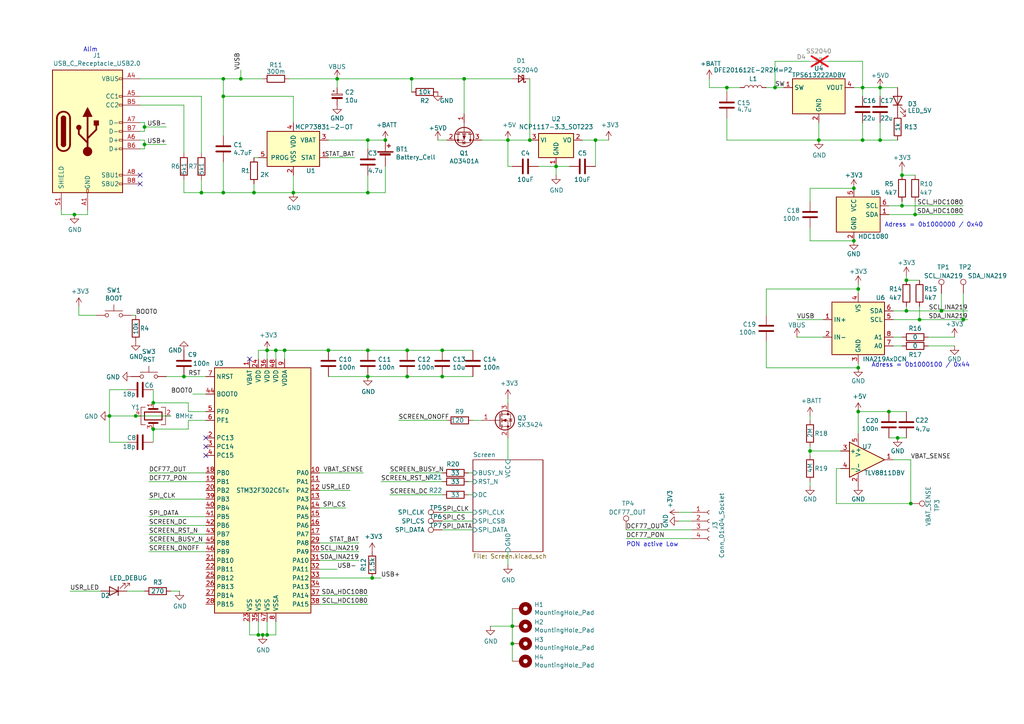
<source format=kicad_sch>
(kicad_sch (version 20230121) (generator eeschema)
  (paper "A4")
  (junction (at 82.55 101.6))
  (junction (at 69.85 22.86))
  (junction (at 172.72 40.64))
  (junction (at 80.01 101.6))
  (junction (at 64.77 22.86))
  (junction (at 273.05 90.17))
  (junction (at 261.62 50.8))
  (junction (at 77.47 101.6))
  (junction (at 247.65 69.85))
  (junction (at 118.11 109.22))
  (junction (at 250.19 40.64))
  (junction (at 260.35 127))
  (junction (at 107.95 167.64))
  (junction (at 224.79 25.4))
  (junction (at 261.62 59.69))
  (junction (at 237.49 40.64))
  (junction (at 106.68 40.64))
  (junction (at 153.67 40.64))
  (junction (at 97.79 22.86))
  (junction (at 31.75 120.65))
  (junction (at 255.27 40.64))
  (junction (at 64.77 27.94))
  (junction (at 248.92 119.38))
  (junction (at 134.62 22.86))
  (junction (at 247.65 54.61))
  (junction (at 255.27 25.4))
  (junction (at 85.09 55.88))
  (junction (at 95.25 101.6))
  (junction (at 41.91 41.91))
  (junction (at 106.68 109.22))
  (junction (at 248.92 83.82))
  (junction (at 279.4 92.71))
  (junction (at 266.7 92.71))
  (junction (at 262.89 90.17))
  (junction (at 73.66 55.88))
  (junction (at 44.45 116.84))
  (junction (at 77.47 184.15))
  (junction (at 41.91 36.83))
  (junction (at 210.82 25.4))
  (junction (at 111.76 40.64))
  (junction (at 64.77 55.88))
  (junction (at 147.32 40.64))
  (junction (at 161.29 48.26))
  (junction (at 21.59 62.23))
  (junction (at 265.43 62.23))
  (junction (at 234.95 130.81))
  (junction (at 44.45 124.46))
  (junction (at 53.34 109.22))
  (junction (at 262.89 81.28))
  (junction (at 148.59 186.69))
  (junction (at 248.92 106.68))
  (junction (at 250.19 25.4))
  (junction (at 106.68 101.6))
  (junction (at 148.59 181.61))
  (junction (at 39.37 120.65))
  (junction (at 74.93 184.15))
  (junction (at 257.81 119.38))
  (junction (at 58.42 55.88))
  (junction (at 76.2 184.15))
  (junction (at 119.38 22.86))
  (junction (at 118.11 101.6))
  (junction (at 264.16 146.05))
  (junction (at 128.27 101.6))
  (junction (at 128.27 109.22))
  (junction (at 106.68 55.88))
  (no_connect (at 40.64 53.34))
  (no_connect (at 59.69 132.08))
  (no_connect (at 59.69 127))
  (no_connect (at 59.69 129.54))
  (no_connect (at 72.39 104.14))
  (no_connect (at 40.64 50.8))
  (wire (pts (xy 106.68 175.26) (xy 92.71 175.26)))
  (wire (pts (xy 247.65 25.4) (xy 250.19 25.4)))
  (wire (pts (xy 77.47 104.14) (xy 77.47 101.6)))
  (wire (pts (xy 222.25 99.06) (xy 222.25 106.68)))
  (wire (pts (xy 31.75 128.27) (xy 36.83 128.27)))
  (wire (pts (xy 101.6 142.24) (xy 92.71 142.24)))
  (wire (pts (xy 69.85 20.32) (xy 69.85 22.86)))
  (wire (pts (xy 266.7 92.71) (xy 279.4 92.71)))
  (wire (pts (xy 31.75 120.65) (xy 31.75 128.27)))
  (wire (pts (xy 80.01 184.15) (xy 80.01 180.34)))
  (wire (pts (xy 134.62 22.86) (xy 148.59 22.86)))
  (wire (pts (xy 41.91 35.56) (xy 41.91 36.83)))
  (wire (pts (xy 85.09 27.94) (xy 64.77 27.94)))
  (wire (pts (xy 41.91 40.64) (xy 41.91 41.91)))
  (wire (pts (xy 44.45 124.46) (xy 54.61 124.46)))
  (wire (pts (xy 128.27 109.22) (xy 137.16 109.22)))
  (wire (pts (xy 118.11 109.22) (xy 128.27 109.22)))
  (wire (pts (xy 250.19 17.78) (xy 250.19 25.4)))
  (wire (pts (xy 58.42 52.07) (xy 58.42 55.88)))
  (wire (pts (xy 259.08 100.33) (xy 261.62 100.33)))
  (wire (pts (xy 147.32 40.64) (xy 147.32 48.26)))
  (wire (pts (xy 64.77 55.88) (xy 73.66 55.88)))
  (wire (pts (xy 43.18 137.16) (xy 59.69 137.16)))
  (wire (pts (xy 92.71 162.56) (xy 104.14 162.56)))
  (wire (pts (xy 255.27 27.94) (xy 255.27 25.4)))
  (wire (pts (xy 231.14 92.71) (xy 238.76 92.71)))
  (wire (pts (xy 168.91 40.64) (xy 172.72 40.64)))
  (wire (pts (xy 265.43 62.23) (xy 279.4 62.23)))
  (wire (pts (xy 261.62 50.8) (xy 265.43 50.8)))
  (wire (pts (xy 27.94 91.44) (xy 22.86 91.44)))
  (wire (pts (xy 119.38 22.86) (xy 134.62 22.86)))
  (wire (pts (xy 250.19 35.56) (xy 250.19 40.64)))
  (wire (pts (xy 148.59 181.61) (xy 142.24 181.61)))
  (wire (pts (xy 262.89 88.9) (xy 262.89 90.17)))
  (wire (pts (xy 64.77 46.99) (xy 64.77 55.88)))
  (wire (pts (xy 80.01 101.6) (xy 82.55 101.6)))
  (wire (pts (xy 44.45 128.27) (xy 44.45 124.46)))
  (wire (pts (xy 147.32 115.57) (xy 147.32 116.84)))
  (wire (pts (xy 106.68 172.72) (xy 92.71 172.72)))
  (wire (pts (xy 74.93 101.6) (xy 77.47 101.6)))
  (wire (pts (xy 54.61 121.92) (xy 59.69 121.92)))
  (wire (pts (xy 82.55 101.6) (xy 82.55 104.14)))
  (wire (pts (xy 43.18 157.48) (xy 59.69 157.48)))
  (wire (pts (xy 224.79 25.4) (xy 227.33 25.4)))
  (wire (pts (xy 248.92 83.82) (xy 248.92 85.09)))
  (wire (pts (xy 255.27 40.64) (xy 260.35 40.64)))
  (wire (pts (xy 36.83 171.45) (xy 41.91 171.45)))
  (wire (pts (xy 257.81 127) (xy 260.35 127)))
  (wire (pts (xy 41.91 38.1) (xy 40.64 38.1)))
  (wire (pts (xy 97.79 22.86) (xy 119.38 22.86)))
  (wire (pts (xy 64.77 27.94) (xy 64.77 39.37)))
  (wire (pts (xy 41.91 41.91) (xy 48.26 41.91)))
  (wire (pts (xy 77.47 184.15) (xy 80.01 184.15)))
  (wire (pts (xy 40.64 30.48) (xy 53.34 30.48)))
  (wire (pts (xy 259.08 90.17) (xy 262.89 90.17)))
  (wire (pts (xy 234.95 17.78) (xy 224.79 17.78)))
  (wire (pts (xy 58.42 55.88) (xy 64.77 55.88)))
  (wire (pts (xy 147.32 160.02) (xy 147.32 163.83)))
  (wire (pts (xy 135.89 143.51) (xy 137.16 143.51)))
  (wire (pts (xy 49.53 120.65) (xy 39.37 120.65)))
  (wire (pts (xy 234.95 69.85) (xy 247.65 69.85)))
  (wire (pts (xy 106.68 50.8) (xy 106.68 55.88)))
  (wire (pts (xy 76.2 184.15) (xy 77.47 184.15)))
  (wire (pts (xy 113.03 137.16) (xy 128.27 137.16)))
  (wire (pts (xy 58.42 27.94) (xy 58.42 44.45)))
  (wire (pts (xy 248.92 119.38) (xy 248.92 125.73)))
  (wire (pts (xy 265.43 58.42) (xy 265.43 62.23)))
  (wire (pts (xy 54.61 119.38) (xy 54.61 116.84)))
  (wire (pts (xy 261.62 58.42) (xy 261.62 59.69)))
  (wire (pts (xy 234.95 120.65) (xy 234.95 121.92)))
  (wire (pts (xy 77.47 180.34) (xy 77.47 184.15)))
  (wire (pts (xy 95.25 101.6) (xy 106.68 101.6)))
  (wire (pts (xy 80.01 101.6) (xy 80.01 104.14)))
  (wire (pts (xy 243.84 135.89) (xy 242.57 135.89)))
  (wire (pts (xy 259.08 92.71) (xy 266.7 92.71)))
  (wire (pts (xy 127 40.64) (xy 129.54 40.64)))
  (wire (pts (xy 74.93 104.14) (xy 74.93 101.6)))
  (wire (pts (xy 106.68 101.6) (xy 118.11 101.6)))
  (wire (pts (xy 273.05 85.09) (xy 273.05 90.17)))
  (wire (pts (xy 148.59 176.53) (xy 148.59 181.61)))
  (wire (pts (xy 53.34 52.07) (xy 53.34 55.88)))
  (wire (pts (xy 41.91 36.83) (xy 48.26 36.83)))
  (wire (pts (xy 74.93 180.34) (xy 74.93 184.15)))
  (wire (pts (xy 44.45 113.03) (xy 44.45 116.84)))
  (wire (pts (xy 40.64 27.94) (xy 58.42 27.94)))
  (wire (pts (xy 48.26 109.22) (xy 53.34 109.22)))
  (wire (pts (xy 83.82 22.86) (xy 97.79 22.86)))
  (wire (pts (xy 250.19 40.64) (xy 255.27 40.64)))
  (wire (pts (xy 73.66 55.88) (xy 85.09 55.88)))
  (wire (pts (xy 261.62 59.69) (xy 279.4 59.69)))
  (wire (pts (xy 222.25 91.44) (xy 222.25 83.82)))
  (wire (pts (xy 49.53 171.45) (xy 52.07 171.45)))
  (wire (pts (xy 234.95 129.54) (xy 234.95 130.81)))
  (wire (pts (xy 234.95 130.81) (xy 243.84 130.81)))
  (wire (pts (xy 115.57 121.92) (xy 129.54 121.92)))
  (wire (pts (xy 214.63 25.4) (xy 210.82 25.4)))
  (wire (pts (xy 147.32 48.26) (xy 148.59 48.26)))
  (wire (pts (xy 73.66 53.34) (xy 73.66 55.88)))
  (wire (pts (xy 85.09 55.88) (xy 106.68 55.88)))
  (wire (pts (xy 53.34 109.22) (xy 59.69 109.22)))
  (wire (pts (xy 242.57 135.89) (xy 242.57 146.05)))
  (wire (pts (xy 92.71 167.64) (xy 107.95 167.64)))
  (wire (pts (xy 262.89 80.01) (xy 262.89 81.28)))
  (wire (pts (xy 240.03 17.78) (xy 250.19 17.78)))
  (wire (pts (xy 25.4 60.96) (xy 25.4 62.23)))
  (wire (pts (xy 41.91 40.64) (xy 40.64 40.64)))
  (wire (pts (xy 74.93 184.15) (xy 76.2 184.15)))
  (wire (pts (xy 234.95 66.04) (xy 234.95 69.85)))
  (wire (pts (xy 72.39 180.34) (xy 72.39 184.15)))
  (wire (pts (xy 135.89 139.7) (xy 137.16 139.7)))
  (wire (pts (xy 43.18 152.4) (xy 59.69 152.4)))
  (wire (pts (xy 85.09 35.56) (xy 85.09 27.94)))
  (wire (pts (xy 104.14 157.48) (xy 92.71 157.48)))
  (wire (pts (xy 262.89 90.17) (xy 273.05 90.17)))
  (wire (pts (xy 248.92 106.68) (xy 248.92 105.41)))
  (wire (pts (xy 43.18 144.78) (xy 59.69 144.78)))
  (wire (pts (xy 234.95 139.7) (xy 234.95 140.97)))
  (wire (pts (xy 25.4 62.23) (xy 21.59 62.23)))
  (wire (pts (xy 257.81 119.38) (xy 262.89 119.38)))
  (wire (pts (xy 135.89 137.16) (xy 137.16 137.16)))
  (wire (pts (xy 161.29 48.26) (xy 165.1 48.26)))
  (wire (pts (xy 210.82 34.29) (xy 210.82 40.64)))
  (wire (pts (xy 181.61 153.67) (xy 200.66 153.67)))
  (wire (pts (xy 153.67 22.86) (xy 153.67 40.64)))
  (wire (pts (xy 255.27 35.56) (xy 255.27 40.64)))
  (wire (pts (xy 148.59 181.61) (xy 148.59 186.69)))
  (wire (pts (xy 261.62 97.79) (xy 259.08 97.79)))
  (wire (pts (xy 111.76 55.88) (xy 111.76 48.26)))
  (wire (pts (xy 134.62 22.86) (xy 134.62 33.02)))
  (wire (pts (xy 222.25 25.4) (xy 224.79 25.4)))
  (wire (pts (xy 234.95 54.61) (xy 247.65 54.61)))
  (wire (pts (xy 43.18 160.02) (xy 59.69 160.02)))
  (wire (pts (xy 128.27 151.13) (xy 137.16 151.13)))
  (wire (pts (xy 54.61 124.46) (xy 54.61 121.92)))
  (wire (pts (xy 257.81 59.69) (xy 261.62 59.69)))
  (wire (pts (xy 242.57 146.05) (xy 264.16 146.05)))
  (wire (pts (xy 128.27 101.6) (xy 137.16 101.6)))
  (wire (pts (xy 148.59 186.69) (xy 148.59 191.77)))
  (wire (pts (xy 17.78 60.96) (xy 17.78 62.23)))
  (wire (pts (xy 266.7 88.9) (xy 266.7 92.71)))
  (wire (pts (xy 107.95 167.64) (xy 110.49 167.64)))
  (wire (pts (xy 22.86 91.44) (xy 22.86 88.9)))
  (wire (pts (xy 257.81 62.23) (xy 265.43 62.23)))
  (wire (pts (xy 106.68 43.18) (xy 106.68 40.64)))
  (wire (pts (xy 273.05 90.17) (xy 280.67 90.17)))
  (wire (pts (xy 40.64 22.86) (xy 64.77 22.86)))
  (wire (pts (xy 224.79 17.78) (xy 224.79 25.4)))
  (wire (pts (xy 147.32 40.64) (xy 153.67 40.64)))
  (wire (pts (xy 43.18 149.86) (xy 59.69 149.86)))
  (wire (pts (xy 269.24 100.33) (xy 276.86 100.33)))
  (wire (pts (xy 97.79 25.4) (xy 97.79 22.86)))
  (wire (pts (xy 161.29 48.26) (xy 161.29 50.8)))
  (wire (pts (xy 73.66 45.72) (xy 74.93 45.72)))
  (wire (pts (xy 17.78 62.23) (xy 21.59 62.23)))
  (wire (pts (xy 264.16 133.35) (xy 259.08 133.35)))
  (wire (pts (xy 250.19 40.64) (xy 237.49 40.64)))
  (wire (pts (xy 59.69 114.3) (xy 55.88 114.3)))
  (wire (pts (xy 260.35 127) (xy 262.89 127)))
  (wire (pts (xy 261.62 49.53) (xy 261.62 50.8)))
  (wire (pts (xy 113.03 143.51) (xy 128.27 143.51)))
  (wire (pts (xy 41.91 43.18) (xy 40.64 43.18)))
  (wire (pts (xy 210.82 25.4) (xy 210.82 26.67)))
  (wire (pts (xy 69.85 22.86) (xy 76.2 22.86)))
  (wire (pts (xy 72.39 184.15) (xy 74.93 184.15)))
  (wire (pts (xy 264.16 146.05) (xy 264.16 133.35)))
  (wire (pts (xy 128.27 148.59) (xy 137.16 148.59)))
  (wire (pts (xy 181.61 156.21) (xy 200.66 156.21)))
  (wire (pts (xy 40.64 35.56) (xy 41.91 35.56)))
  (wire (pts (xy 137.16 121.92) (xy 139.7 121.92)))
  (wire (pts (xy 92.71 137.16) (xy 105.41 137.16)))
  (wire (pts (xy 196.85 151.13) (xy 200.66 151.13)))
  (wire (pts (xy 196.85 148.59) (xy 200.66 148.59)))
  (wire (pts (xy 92.71 165.1) (xy 97.79 165.1)))
  (wire (pts (xy 95.25 40.64) (xy 106.68 40.64)))
  (wire (pts (xy 255.27 25.4) (xy 260.35 25.4)))
  (wire (pts (xy 43.18 139.7) (xy 59.69 139.7)))
  (wire (pts (xy 118.11 109.22) (xy 106.68 109.22)))
  (wire (pts (xy 59.69 119.38) (xy 54.61 119.38)))
  (wire (pts (xy 102.87 45.72) (xy 95.25 45.72)))
  (wire (pts (xy 53.34 30.48) (xy 53.34 44.45)))
  (wire (pts (xy 237.49 40.64) (xy 237.49 35.56)))
  (wire (pts (xy 139.7 40.64) (xy 147.32 40.64)))
  (wire (pts (xy 262.89 81.28) (xy 266.7 81.28)))
  (wire (pts (xy 20.32 171.45) (xy 29.21 171.45)))
  (wire (pts (xy 248.92 82.55) (xy 248.92 83.82)))
  (wire (pts (xy 43.18 154.94) (xy 59.69 154.94)))
  (wire (pts (xy 110.49 139.7) (xy 128.27 139.7)))
  (wire (pts (xy 36.83 113.03) (xy 31.75 113.03)))
  (wire (pts (xy 248.92 119.38) (xy 257.81 119.38)))
  (wire (pts (xy 64.77 27.94) (xy 64.77 22.86)))
  (wire (pts (xy 172.72 40.64) (xy 176.53 40.64)))
  (wire (pts (xy 222.25 106.68) (xy 248.92 106.68)))
  (wire (pts (xy 238.76 97.79) (xy 231.14 97.79)))
  (wire (pts (xy 106.68 55.88) (xy 111.76 55.88)))
  (wire (pts (xy 64.77 22.86) (xy 69.85 22.86)))
  (wire (pts (xy 92.71 160.02) (xy 104.14 160.02)))
  (wire (pts (xy 269.24 97.79) (xy 276.86 97.79)))
  (wire (pts (xy 118.11 101.6) (xy 128.27 101.6)))
  (wire (pts (xy 128.27 153.67) (xy 137.16 153.67)))
  (wire (pts (xy 279.4 92.71) (xy 280.67 92.71)))
  (wire (pts (xy 41.91 43.18) (xy 41.91 41.91)))
  (wire (pts (xy 119.38 22.86) (xy 119.38 26.67)))
  (wire (pts (xy 205.74 25.4) (xy 205.74 22.86)))
  (wire (pts (xy 234.95 132.08) (xy 234.95 130.81)))
  (wire (pts (xy 250.19 25.4) (xy 250.19 27.94)))
  (wire (pts (xy 172.72 40.64) (xy 172.72 48.26)))
  (wire (pts (xy 147.32 127) (xy 147.32 133.35)))
  (wire (pts (xy 38.1 91.44) (xy 39.37 91.44)))
  (wire (pts (xy 31.75 113.03) (xy 31.75 120.65)))
  (wire (pts (xy 279.4 85.09) (xy 279.4 92.71)))
  (wire (pts (xy 39.37 120.65) (xy 31.75 120.65)))
  (wire (pts (xy 210.82 40.64) (xy 237.49 40.64)))
  (wire (pts (xy 41.91 36.83) (xy 41.91 38.1)))
  (wire (pts (xy 95.25 109.22) (xy 106.68 109.22)))
  (wire (pts (xy 85.09 50.8) (xy 85.09 55.88)))
  (wire (pts (xy 82.55 101.6) (xy 95.25 101.6)))
  (wire (pts (xy 205.74 25.4) (xy 210.82 25.4)))
  (wire (pts (xy 54.61 116.84) (xy 44.45 116.84)))
  (wire (pts (xy 250.19 25.4) (xy 255.27 25.4)))
  (wire (pts (xy 222.25 83.82) (xy 248.92 83.82)))
  (wire (pts (xy 100.33 147.32) (xy 92.71 147.32)))
  (wire (pts (xy 156.21 48.26) (xy 161.29 48.26)))
  (wire (pts (xy 106.68 40.64) (xy 111.76 40.64)))
  (wire (pts (xy 234.95 58.42) (xy 234.95 54.61)))
  (wire (pts (xy 77.47 101.6) (xy 80.01 101.6)))
  (wire (pts (xy 53.34 55.88) (xy 58.42 55.88)))
  (text "PON active Low" (at 181.61 158.75 0) (effects (font (size 1.27 1.27)) (justify left bottom)))
  (text "Adress = 0b1000100 / 0x44" (at 252.73 106.68 0) (effects (font (size 1.27 1.27)) (justify left bottom)))
  (text "Adress = 0b1000000 / 0x40" (at 256.54 66.04 0) (effects (font (size 1.27 1.27)) (justify left bottom)))
  (text "Alim" (at 24.13 15.24 0) (effects (font (size 1.27 1.27)) (justify left bottom)))
  (label "SCL_HDC1080" (at 106.68 175.26 180))
  (label "SCREEN_ONOFF" (at 43.18 160.02 0))
  (label "SCREEN_RST_N" (at 43.18 154.94 0))
  (label "SPI_CLK" (at 128.27 148.59 0))
  (label "DCF77_PON" (at 43.18 139.7 0))
  (label "USR_LED" (at 20.32 171.45 0))
  (label "SCREEN_DC" (at 113.03 143.51 0))
  (label "USR_LED" (at 101.6 142.24 180))
  (label "SCREEN_BUSY_N" (at 113.03 137.16 0))
  (label "USB-" (at 48.26 36.83 180) (property "Intersheetrefs" "${INTERSHEET_REFS}" (effects hide)))
  (label "USB+" (at 110.49 167.64 0))
  (label "USB-" (at 97.79 165.1 0))
  (label "VBAT_SENSE" (at 105.41 137.16 180))
  (label "SPI_DATA" (at 128.27 153.67 0))
  (label "SCL_HDC1080" (at 279.4 59.69 180))
  (label "VUSB" (at 231.14 92.71 0))
  (label "SDA_INA219" (at 104.14 162.56 180))
  (label "DCF77_OUT" (at 181.61 153.67 0))
  (label "SPI_DATA" (at 43.18 149.86 0))
  (label "SCREEN_DC" (at 43.18 152.4 0))
  (label "SPI_CS" (at 100.33 147.32 180))
  (label "VUSB" (at 69.85 20.32 90))
  (label "VBAT_SENSE" (at 264.16 133.35 0))
  (label "DCF77_OUT" (at 43.18 137.16 0))
  (label "SDA_HDC1080" (at 106.68 172.72 180))
  (label "STAT_BAT" (at 102.87 45.72 180) (property "Intersheetrefs" "${INTERSHEET_REFS}" (effects hide)))
  (label "SPI_CLK" (at 43.18 144.78 0))
  (label "BOOT0" (at 39.37 91.44 0))
  (label "SDA_HDC1080" (at 279.4 62.23 180))
  (label "BOOT0" (at 55.88 114.3 180))
  (label "RST" (at 54.61 109.22 0))
  (label "STAT_BAT" (at 104.14 157.48 180) (property "Intersheetrefs" "${INTERSHEET_REFS}" (effects hide)))
  (label "SPI_CS" (at 128.27 151.13 0))
  (label "SCL_INA219" (at 104.14 160.02 180))
  (label "SCREEN_ONOFF" (at 115.57 121.92 0))
  (label "DCF77_PON" (at 181.61 156.21 0))
  (label "SW" (at 224.79 25.4 0))
  (label "SCREEN_RST_N" (at 110.49 139.7 0))
  (label "USB+" (at 48.26 41.91 180) (property "Intersheetrefs" "${INTERSHEET_REFS}" (effects hide)))
  (label "SCL_INA219" (at 280.67 90.17 180))
  (label "SDA_INA219" (at 280.67 92.71 180))
  (label "SCREEN_BUSY_N" (at 43.18 157.48 0))
  (symbol (lib_id "Device:Battery_Cell") (at 111.76 45.72 0) (unit 1)
    (property "Reference" "BT1" (at 114.7572 43.2816 0) (effects (justify left)))
    (property "Value" "Battery_Cell" (at 114.7572 45.593 0) (effects (justify left)))
    (property "Footprint" "Battery:BatteryHolder_Keystone_1042_1x18650" (effects hide))
  )
  (symbol (lib_id "DCF77_Horloge-rescue:MCP73831-2-OT-Battery_Management") (at 85.09 43.18 0) (unit 1)
    (property "Reference" "U1" (at 90.17 49.53 0))
    (property "Value" "MCP73831-2-OT" (at 93.98 36.83 0))
    (property "Footprint" "Package_TO_SOT_SMD:SOT-23-5" (effects hide))
    (property "Datasheet" "http://ww1.microchip.com/downloads/en/DeviceDoc/20001984g.pdf" (effects hide))
  )
  (symbol (lib_id "power:GND") (at 85.09 55.88 0) (unit 1)
    (property "Reference" "#PWR03" (effects hide))
    (property "Value" "GND" (at 85.217 60.2742 0))
  )
  (symbol (lib_id "Device:C") (at 106.68 46.99 0) (unit 1)
    (property "Reference" "C3" (at 106.68 44.45 0) (effects (justify left)))
    (property "Value" "4.7u" (at 106.68 49.53 0) (effects (justify left)))
    (property "Footprint" "Capacitor_SMD:C_0603_1608Metric" (effects hide))
  )
  (symbol (lib_id "power:GND") (at 21.59 62.23 0) (unit 1)
    (property "Reference" "#PWR01" (effects hide))
    (property "Value" "GND" (at 21.717 66.6242 0))
  )
  (symbol (lib_id "Device:C") (at 64.77 43.18 0) (unit 1)
    (property "Reference" "C1" (at 67.691 42.0116 0) (effects (justify left)))
    (property "Value" "4.7uF" (at 67.691 44.323 0) (effects (justify left)))
    (property "Footprint" "Capacitor_SMD:C_0603_1608Metric" (effects hide))
  )
  (symbol (lib_id "Device:R") (at 123.19 26.67 90) (unit 1)
    (property "Reference" "R2" (at 123.19 29.21 90))
    (property "Value" "10k" (at 123.19 26.67 90))
    (property "Footprint" "Resistor_SMD:R_0603_1608Metric" (effects hide))
  )
  (symbol (lib_id "power:GND") (at 127 26.67 0) (unit 1)
    (property "Reference" "#PWR06" (effects hide))
    (property "Value" "GND" (at 129.54 29.21 0))
  )
  (symbol (lib_id "Device:D_Schottky_Small") (at 151.13 22.86 180) (unit 1)
    (property "Reference" "D1" (at 151.13 17.6022 0))
    (property "Value" "SS2040" (at 152.4 20.32 0))
    (property "Footprint" "Diode_SMD:D_SOD-123" (effects hide))
  )
  (symbol (lib_id "Regulator_Linear:NCP1117-3.3_SOT223") (at 161.29 40.64 0) (unit 1)
    (property "Reference" "U2" (at 161.29 34.4932 0))
    (property "Value" "NCP1117-3.3_SOT223" (at 161.29 36.8046 0))
    (property "Footprint" "Package_TO_SOT_SMD:SOT-223-3_TabPin2" (effects hide))
    (property "Datasheet" "http://www.onsemi.com/pub_link/Collateral/NCP1117-D.PDF" (effects hide))
  )
  (symbol (lib_id "Device:C") (at 152.4 48.26 270) (unit 1)
    (property "Reference" "C4" (at 152.4 44.45 90))
    (property "Value" "10uF" (at 152.4 52.07 90))
    (property "Footprint" "Capacitor_SMD:C_0603_1608Metric" (effects hide))
  )
  (symbol (lib_id "Device:C") (at 168.91 48.26 270) (unit 1)
    (property "Reference" "C5" (at 168.91 44.45 90))
    (property "Value" "10uF" (at 168.91 52.07 90))
    (property "Footprint" "Capacitor_SMD:C_0603_1608Metric" (effects hide))
  )
  (symbol (lib_id "DCF77_Horloge-rescue:+3.3V-power") (at 176.53 40.64 0) (unit 1)
    (property "Reference" "#PWR08" (effects hide))
    (property "Value" "+3.3V" (at 176.911 36.2458 0))
  )
  (symbol (lib_id "power:+BATT") (at 111.76 40.64 0) (unit 1)
    (property "Reference" "#PWR05" (effects hide))
    (property "Value" "+BATT" (at 112.141 36.2458 0))
  )
  (symbol (lib_id "Device:R") (at 73.66 49.53 180) (unit 1)
    (property "Reference" "R1" (at 69.85 49.53 0) (effects (justify right)))
    (property "Value" "2K" (at 75.438 50.673 0) (effects (justify right)))
    (property "Footprint" "Resistor_SMD:R_0603_1608Metric" (effects hide))
  )
  (symbol (lib_id "power:GND") (at 161.29 50.8 0) (unit 1)
    (property "Reference" "#PWR07" (effects hide))
    (property "Value" "GND" (at 161.417 55.1942 0))
  )
  (symbol (lib_id "Mechanical:MountingHole_Pad") (at 151.13 191.77 270) (unit 1)
    (property "Reference" "H4" (at 154.94 190.6016 90) (effects (justify left)))
    (property "Value" "MountingHole_Pad" (at 154.94 192.913 90) (effects (justify left)))
    (property "Footprint" "MountingHole:MountingHole_3mm_Pad_Via" (effects hide))
  )
  (symbol (lib_id "Mechanical:MountingHole_Pad") (at 151.13 186.69 270) (unit 1)
    (property "Reference" "H3" (at 154.94 185.5216 90) (effects (justify left)))
    (property "Value" "MountingHole_Pad" (at 154.94 187.833 90) (effects (justify left)))
    (property "Footprint" "MountingHole:MountingHole_3mm_Pad_Via" (effects hide))
  )
  (symbol (lib_id "Mechanical:MountingHole_Pad") (at 151.13 181.61 270) (unit 1)
    (property "Reference" "H2" (at 154.94 180.4416 90) (effects (justify left)))
    (property "Value" "MountingHole_Pad" (at 154.94 182.753 90) (effects (justify left)))
    (property "Footprint" "MountingHole:MountingHole_3mm_Pad_Via" (effects hide))
  )
  (symbol (lib_id "Mechanical:MountingHole_Pad") (at 151.13 176.53 270) (unit 1)
    (property "Reference" "H1" (at 154.94 175.3616 90) (effects (justify left)))
    (property "Value" "MountingHole_Pad" (at 154.94 177.673 90) (effects (justify left)))
    (property "Footprint" "MountingHole:MountingHole_3mm_Pad_Via" (effects hide))
  )
  (symbol (lib_id "power:GND") (at 142.24 181.61 0) (unit 1)
    (property "Reference" "#PWR09" (effects hide))
    (property "Value" "GND" (at 142.367 186.0042 0))
  )
  (symbol (lib_id "DCF77_Horloge-rescue:CP_Small-Device") (at 97.79 27.94 0) (unit 1)
    (property "Reference" "C2" (at 100.0252 26.7716 0) (effects (justify left)))
    (property "Value" "10u" (at 100.0252 29.083 0) (effects (justify left)))
    (property "Footprint" "Capacitor_SMD:CP_Elec_5x5.4" (effects hide))
  )
  (symbol (lib_id "power:GND") (at 97.79 30.48 0) (unit 1)
    (property "Reference" "#PWR04" (effects hide))
    (property "Value" "GND" (at 97.79 34.29 0))
  )
  (symbol (lib_id "Device:Q_PMOS_GSD") (at 134.62 38.1 270) (unit 1)
    (property "Reference" "Q1" (at 134.62 44.4246 90))
    (property "Value" "AO3401A" (at 134.62 46.736 90))
    (property "Footprint" "Package_TO_SOT_SMD:SOT-23" (effects hide))
  )
  (symbol (lib_id "DCF77_Horloge-rescue:USB_C_Receptacle_USB2.0-Connector-DCF77_Horloge-rescue") (at 25.4 38.1 0) (unit 1)
    (property "Reference" "J1" (at 28.1178 16.0782 0))
    (property "Value" "USB_C_Receptacle_USB2.0" (at 28.1178 18.3896 0))
    (property "Footprint" "Connector_USB:USB_C_Receptacle_GCT_USB4105-xx-A_16P_TopMnt_Horizontal" (effects hide))
    (property "Datasheet" "https://www.usb.org/sites/default/files/documents/usb_type-c.zip" (effects hide))
  )
  (symbol (lib_id "Device:R") (at 53.34 48.26 180) (unit 1)
    (property "Reference" "R6" (at 49.53 48.26 0) (effects (justify right)))
    (property "Value" "5k1" (at 53.34 50.8 90) (effects (justify right)))
    (property "Footprint" "Resistor_SMD:R_0603_1608Metric" (effects hide))
  )
  (symbol (lib_id "Device:R") (at 58.42 48.26 180) (unit 1)
    (property "Reference" "R7" (at 54.61 48.26 0) (effects (justify right)))
    (property "Value" "5k1" (at 58.42 50.8 90) (effects (justify right)))
    (property "Footprint" "Resistor_SMD:R_0603_1608Metric" (effects hide))
  )
  (symbol (lib_id "Switch:SW_Push") (at 33.02 91.44 0) (unit 1)
    (property "Reference" "SW1" (at 33.02 84.201 0))
    (property "Value" "BOOT" (at 33.02 86.5124 0))
    (property "Footprint" "Button_Switch_SMD:SW_SPST_CK_RS282G05A3" (effects hide))
  )
  (symbol (lib_id "Device:C") (at 128.27 105.41 0) (unit 1)
    (property "Reference" "C13" (at 131.191 104.2416 0) (effects (justify left)))
    (property "Value" "10u" (at 131.191 106.553 0) (effects (justify left)))
    (property "Footprint" "Capacitor_SMD:C_0603_1608Metric" (effects hide))
  )
  (symbol (lib_id "Connector:TestPoint") (at 128.27 153.67 90) (unit 1)
    (property "Reference" "TP7" (at 128.27 152.4 90) (effects (justify left)))
    (property "Value" "SPI_DATA" (at 123.19 153.67 90) (effects (justify left)))
    (property "Footprint" "TestPoint:TestPoint_Pad_D1.0mm" (effects hide))
  )
  (symbol (lib_id "Switch:SW_Push") (at 43.18 109.22 0) (unit 1)
    (property "Reference" "SW3" (at 43.18 101.981 0))
    (property "Value" "RST" (at 43.18 104.2924 0))
    (property "Footprint" "Button_Switch_SMD:SW_SPST_CK_RS282G05A3" (effects hide))
  )
  (symbol (lib_id "Device:R") (at 45.72 171.45 270) (unit 1)
    (property "Reference" "R3" (at 45.72 168.91 90))
    (property "Value" "270" (at 45.72 171.45 90))
    (property "Footprint" "Resistor_SMD:R_0603_1608Metric" (effects hide))
  )
  (symbol (lib_id "Device:R") (at 132.08 137.16 90) (unit 1)
    (property "Reference" "R20" (at 133.35 134.62 90) (effects (justify left)))
    (property "Value" "33" (at 133.35 137.16 90) (effects (justify left)))
    (property "Footprint" "Resistor_SMD:R_0603_1608Metric" (effects hide))
  )
  (symbol (lib_id "power:GND") (at 53.34 101.6 180) (unit 1)
    (property "Reference" "#PWR023" (effects hide))
    (property "Value" "GND" (at 50.8 101.6 0))
  )
  (symbol (lib_id "Device:C") (at 222.25 95.25 0) (mirror y) (unit 1)
    (property "Reference" "C19" (at 219.329 94.0816 0) (effects (justify left)))
    (property "Value" "100n" (at 219.329 96.393 0) (effects (justify left)))
    (property "Footprint" "Capacitor_SMD:C_0603_1608Metric" (effects hide))
  )
  (symbol (lib_id "Device:L") (at 218.44 25.4 90) (unit 1)
    (property "Reference" "L1" (at 218.44 22.86 90))
    (property "Value" "DFE201612E-2R2M=P2" (at 218.44 20.32 90))
    (property "Footprint" "Inductor_SMD:L_0805_2012Metric_Pad1.15x1.40mm_HandSolder" (effects hide))
  )
  (symbol (lib_id "Device:C") (at 40.64 128.27 270) (unit 1)
    (property "Reference" "C8" (at 36.83 127 90) (effects (justify left)))
    (property "Value" "18p" (at 35.56 129.54 90) (effects (justify left)))
    (property "Footprint" "Capacitor_SMD:C_0603_1608Metric" (effects hide))
  )
  (symbol (lib_id "Device:C") (at 250.19 31.75 0) (unit 1)
    (property "Reference" "C16" (at 250.19 29.21 0) (effects (justify left)))
    (property "Value" "22u" (at 250.19 34.29 0) (effects (justify left)))
    (property "Footprint" "Capacitor_SMD:C_0805_2012Metric" (effects hide))
  )
  (symbol (lib_id "power:+3.3V") (at 196.85 148.59 90) (mirror x) (unit 1)
    (property "Reference" "#PWR045" (effects hide))
    (property "Value" "+3.3V" (at 194.31 144.78 0))
  )
  (symbol (lib_id "power:GND") (at 248.92 140.97 0) (unit 1)
    (property "Reference" "#PWR039" (effects hide))
    (property "Value" "GND" (at 248.92 144.78 0))
  )
  (symbol (lib_id "Connector:Conn_01x04_Socket") (at 205.74 151.13 0) (unit 1)
    (property "Reference" "J3" (at 207.4117 152.4 90))
    (property "Value" "Conn_01x04_Socket" (at 209.3327 152.4 90))
    (property "Footprint" "Connector_PinHeader_2.54mm:PinHeader_1x04_P2.54mm_Vertical_SMD_Pin1Left" (effects hide))
  )
  (symbol (lib_id "power:+BATT") (at 205.74 22.86 0) (unit 1)
    (property "Reference" "#PWR029" (effects hide))
    (property "Value" "+BATT" (at 206.121 18.4658 0))
  )
  (symbol (lib_id "Amplifier_Operational:TLV2371DBV") (at 251.46 133.35 0) (unit 1)
    (property "Reference" "U7" (at 251.46 129.54 0))
    (property "Value" "TLV8811DBV" (at 256.54 137.16 0))
    (property "Footprint" "Package_TO_SOT_SMD:SOT-23-5" (effects hide))
    (property "Datasheet" "http://www.ti.com/lit/ds/symlink/tlv8811.pdf" (effects hide))
  )
  (symbol (lib_id "Device:D_Schottky_Small") (at 237.49 17.78 180) (unit 1) (dnp yes)
    (property "Reference" "D4" (at 232.41 16.51 0))
    (property "Value" "SS2040" (at 237.49 14.8336 0))
    (property "Footprint" "Diode_SMD:D_SOD-123" (effects hide))
  )
  (symbol (lib_id "power:VBUS") (at 231.14 97.79 0) (unit 1)
    (property "Reference" "#PWR046" (effects hide))
    (property "Value" "VBUS" (at 231.14 94.2881 0))
  )
  (symbol (lib_id "Device:R") (at 265.43 100.33 90) (unit 1)
    (property "Reference" "R17" (at 265.43 102.87 90))
    (property "Value" "0" (at 265.43 100.33 90))
    (property "Footprint" "Resistor_SMD:R_0603_1608Metric" (effects hide))
  )
  (symbol (lib_id "Device:C") (at 40.64 113.03 270) (unit 1)
    (property "Reference" "C6" (at 41.91 111.76 90) (effects (justify left)))
    (property "Value" "18p" (at 35.56 114.3 90) (effects (justify left)))
    (property "Footprint" "Capacitor_SMD:C_0603_1608Metric" (effects hide))
  )
  (symbol (lib_id "power:+5V") (at 248.92 119.38 0) (unit 1)
    (property "Reference" "#PWR041" (effects hide))
    (property "Value" "+5V" (at 249.301 114.9858 0))
  )
  (symbol (lib_id "Device:C") (at 210.82 30.48 0) (unit 1)
    (property "Reference" "C15" (at 213.741 29.8363 0) (effects (justify left)))
    (property "Value" "4.7u" (at 213.741 31.7573 0) (effects (justify left)))
    (property "Footprint" "Capacitor_SMD:C_0603_1608Metric" (effects hide))
  )
  (symbol (lib_id "power:GND") (at 247.65 69.85 0) (unit 1)
    (property "Reference" "#PWR021" (effects hide))
    (property "Value" "GND" (at 247.65 73.66 0))
  )
  (symbol (lib_id "Device:R") (at 265.43 97.79 270) (unit 1)
    (property "Reference" "R16" (at 265.43 95.25 90))
    (property "Value" "0" (at 265.43 97.79 90))
    (property "Footprint" "Resistor_SMD:R_0603_1608Metric" (effects hide))
  )
  (symbol (lib_id "power:GND") (at 38.1 109.22 270) (unit 1)
    (property "Reference" "#PWR019" (effects hide))
    (property "Value" "GND" (at 34.8488 109.347 90) (effects (justify right)))
  )
  (symbol (lib_id "Device:C") (at 257.81 123.19 0) (mirror y) (unit 1)
    (property "Reference" "C20" (at 254.889 122.0216 0) (effects (justify left)))
    (property "Value" "100n" (at 254.889 124.333 0) (effects (justify left)))
    (property "Footprint" "Capacitor_SMD:C_0603_1608Metric" (effects hide))
  )
  (symbol (lib_id "Sensor_Humidity:HDC1080") (at 250.19 62.23 0) (unit 1)
    (property "Reference" "U5" (at 255.27 55.88 0) (effects (justify right)))
    (property "Value" "HDC1080" (at 257.81 68.58 0) (effects (justify right)))
    (property "Footprint" "Package_SON:Texas_PWSON-N6" (effects hide))
    (property "Datasheet" "http://www.ti.com/lit/ds/symlink/hdc1080.pdf" (effects hide))
  )
  (symbol (lib_id "DCF77_Horloge-rescue:+3.3V-power") (at 248.92 82.55 0) (unit 1)
    (property "Reference" "#PWR034" (effects hide))
    (property "Value" "+3.3V" (at 248.92 78.74 0))
  )
  (symbol (lib_id "power:+3.3V") (at 77.47 101.6 0) (unit 1)
    (property "Reference" "#PWR026" (effects hide))
    (property "Value" "+3.3V" (at 77.851 97.2058 0))
  )
  (symbol (lib_id "Connector:TestPoint") (at 128.27 151.13 90) (unit 1)
    (property "Reference" "TP6" (at 128.27 149.86 90) (effects (justify left)))
    (property "Value" "SPI_CS" (at 123.19 151.13 90) (effects (justify left)))
    (property "Footprint" "TestPoint:TestPoint_Pad_D1.0mm" (effects hide))
  )
  (symbol (lib_id "Device:C") (at 137.16 105.41 0) (unit 1)
    (property "Reference" "C14" (at 140.081 104.2416 0) (effects (justify left)))
    (property "Value" "100n" (at 140.081 106.553 0) (effects (justify left)))
    (property "Footprint" "Capacitor_SMD:C_0603_1608Metric" (effects hide))
  )
  (symbol (lib_id "power:+3.3V") (at 107.95 160.02 0) (unit 1)
    (property "Reference" "#PWR028" (effects hide))
    (property "Value" "+3.3V" (at 108.331 155.6258 0))
  )
  (symbol (lib_id "Device:C") (at 53.34 105.41 180) (unit 1)
    (property "Reference" "C9" (at 57.15 102.87 0) (effects (justify left)))
    (property "Value" "100n" (at 60.96 105.41 0) (effects (justify left)))
    (property "Footprint" "Capacitor_SMD:C_0603_1608Metric" (effects hide))
  )
  (symbol (lib_id "Device:R") (at 132.08 143.51 90) (unit 1)
    (property "Reference" "R22" (at 128.27 142.24 90) (effects (justify left)))
    (property "Value" "33" (at 133.35 143.51 90) (effects (justify left)))
    (property "Footprint" "Resistor_SMD:R_0603_1608Metric" (effects hide))
  )
  (symbol (lib_id "DCF77_Horloge-rescue:+3.3V-power") (at 247.65 54.61 0) (unit 1)
    (property "Reference" "#PWR015" (effects hide))
    (property "Value" "+3.3V" (at 247.65 50.8 0))
  )
  (symbol (lib_id "Device:Q_NMOS_GSD") (at 144.78 121.92 0) (unit 1)
    (property "Reference" "Q3" (at 149.987 121.2763 0) (effects (justify left)))
    (property "Value" "SK3424" (at 149.987 123.1973 0) (effects (justify left)))
    (property "Footprint" "Package_TO_SOT_SMD:SC-59" (effects hide))
    (property "Sim.Device" "NMOS" (effects hide))
    (property "Sim.Type" "VDMOS" (effects hide))
    (property "Sim.Pins" "1=D 2=G 3=S" (effects hide))
  )
  (symbol (lib_id "Device:C") (at 234.95 62.23 0) (mirror y) (unit 1)
    (property "Reference" "C18" (at 232.029 61.0616 0) (effects (justify left)))
    (property "Value" "100n" (at 232.029 63.373 0) (effects (justify left)))
    (property "Footprint" "Capacitor_SMD:C_0603_1608Metric" (effects hide))
  )
  (symbol (lib_id "Device:R") (at 39.37 95.25 180) (unit 1)
    (property "Reference" "R4" (at 41.91 95.25 0))
    (property "Value" "10k" (at 39.37 95.25 90))
    (property "Footprint" "Resistor_SMD:R_0603_1608Metric" (effects hide))
  )
  (symbol (lib_id "power:+3.3V") (at 147.32 115.57 0) (unit 1)
    (property "Reference" "#PWR048" (effects hide))
    (property "Value" "+3.3V" (at 147.701 111.1758 0))
  )
  (symbol (lib_id "Device:R") (at 133.35 121.92 90) (unit 1)
    (property "Reference" "R9" (at 134.62 119.38 90) (effects (justify left)))
    (property "Value" "120" (at 134.62 121.92 90) (effects (justify left)))
    (property "Footprint" "Resistor_SMD:R_0603_1608Metric" (effects hide))
  )
  (symbol (lib_id "Device:R") (at 80.01 22.86 270) (unit 1)
    (property "Reference" "R11" (at 80.01 18.8341 90))
    (property "Value" "300m" (at 80.01 20.7551 90))
    (property "Footprint" "Resistor_SMD:R_0805_2012Metric" (effects hide))
  )
  (symbol (lib_id "power:GND") (at 234.95 140.97 0) (unit 1)
    (property "Reference" "#PWR040" (effects hide))
    (property "Value" "GND" (at 234.95 144.78 0))
  )
  (symbol (lib_id "Connector:TestPoint") (at 128.27 148.59 90) (unit 1)
    (property "Reference" "TP5" (at 128.27 147.32 90) (effects (justify left)))
    (property "Value" "SPI_CLK" (at 123.19 148.59 90) (effects (justify left)))
    (property "Footprint" "TestPoint:TestPoint_Pad_D1.0mm" (effects hide))
  )
  (symbol (lib_id "power:GND") (at 237.49 40.64 0) (unit 1)
    (property "Reference" "#PWR030" (effects hide))
    (property "Value" "GND" (at 237.617 45.0342 0))
  )
  (symbol (lib_id "Device:R") (at 234.95 125.73 0) (unit 1)
    (property "Reference" "R18" (at 236.22 125.73 0) (effects (justify left)))
    (property "Value" "2M" (at 234.95 127 90) (effects (justify left)))
    (property "Footprint" "Resistor_SMD:R_0603_1608Metric" (effects hide))
  )
  (symbol (lib_id "power:VBUS") (at 97.79 22.86 0) (unit 1)
    (property "Reference" "#PWR033" (effects hide))
    (property "Value" "VBUS" (at 97.79 19.3581 0))
  )
  (symbol (lib_id "Device:R") (at 266.7 85.09 180) (unit 1)
    (property "Reference" "R15" (at 267.97 83.82 0) (effects (justify right)))
    (property "Value" "4k7" (at 267.97 86.36 0) (effects (justify right)))
    (property "Footprint" "Resistor_SMD:R_0603_1608Metric" (effects hide))
  )
  (symbol (lib_id "power:GND") (at 260.35 127 0) (unit 1)
    (property "Reference" "#PWR042" (effects hide))
    (property "Value" "GND" (at 260.35 130.81 0))
  )
  (symbol (lib_id "Device:C") (at 118.11 105.41 0) (unit 1)
    (property "Reference" "C12" (at 121.031 104.2416 0) (effects (justify left)))
    (property "Value" "100n" (at 121.031 106.553 0) (effects (justify left)))
    (property "Footprint" "Capacitor_SMD:C_0603_1608Metric" (effects hide))
  )
  (symbol (lib_id "DCF77_Horloge-rescue:+3.3V-power") (at 276.86 97.79 0) (unit 1)
    (property "Reference" "#PWR036" (effects hide))
    (property "Value" "+3.3V" (at 276.86 93.98 0))
  )
  (symbol (lib_id "Connector:TestPoint") (at 181.61 153.67 0) (unit 1)
    (property "Reference" "TP4" (at 180.34 146.05 0) (effects (justify left)))
    (property "Value" "DCF77_OUT" (at 176.53 148.59 0) (effects (justify left)))
    (property "Footprint" "TestPoint:TestPoint_Pad_D1.0mm" (effects hide))
  )
  (symbol (lib_id "Device:C") (at 262.89 123.19 0) (unit 1)
    (property "Reference" "C22" (at 265.43 121.92 0) (effects (justify left)))
    (property "Value" "4.7u" (at 265.43 124.46 0) (effects (justify left)))
    (property "Footprint" "Capacitor_SMD:C_0603_1608Metric" (effects hide))
  )
  (symbol (lib_id "power:+5VD") (at 127 40.64 0) (unit 1)
    (property "Reference" "#PWR032" (effects hide))
    (property "Value" "+5VD" (at 127 37.1381 0))
  )
  (symbol (lib_id "Device:Crystal_GND24") (at 44.45 120.65 270) (unit 1)
    (property "Reference" "Y1" (at 38.1 118.11 90) (effects (justify left)))
    (property "Value" "8MHz" (at 50.8 120.65 90) (effects (justify left)))
    (property "Footprint" "Crystal:Crystal_SMD_5032-4Pin_5.0x3.2mm" (effects hide))
  )
  (symbol (lib_id "power:GND") (at 248.92 106.68 0) (unit 1)
    (property "Reference" "#PWR035" (effects hide))
    (property "Value" "GND" (at 248.92 110.49 0))
  )
  (symbol (lib_id "Device:R") (at 234.95 135.89 0) (unit 1)
    (property "Reference" "R19" (at 236.22 135.89 0) (effects (justify left)))
    (property "Value" "4M" (at 234.95 137.16 90) (effects (justify left)))
    (property "Footprint" "Resistor_SMD:R_0603_1608Metric" (effects hide))
  )
  (symbol (lib_id "MCU_ST_STM32F3:STM32F302C6Tx") (at 77.47 142.24 0) (unit 1)
    (property "Reference" "U3" (at 63.5 105.41 0))
    (property "Value" "STM32F302C6Tx" (at 76.2 142.24 0))
    (property "Footprint" "Package_QFP:LQFP-48_7x7mm_P0.5mm" (effects hide))
    (property "Datasheet" "http://www.st.com/st-web-ui/static/active/en/resource/technical/document/datasheet/DM00093333.pdf" (effects hide))
  )
  (symbol (lib_id "Device:R") (at 260.35 36.83 180) (unit 1)
    (property "Reference" "R13" (at 264.16 36.83 0))
    (property "Value" "1k" (at 260.35 36.83 90))
    (property "Footprint" "Resistor_SMD:R_0603_1608Metric" (effects hide))
  )
  (symbol (lib_id "Device:LED") (at 260.35 29.21 90) (unit 1)
    (property "Reference" "D3" (at 263.271 30.1538 90) (effects (justify right)))
    (property "Value" "LED_5V" (at 263.271 32.0748 90) (effects (justify right)))
    (property "Footprint" "LED_SMD:LED_0603_1608Metric" (effects hide))
  )
  (symbol (lib_id "power:+5V") (at 147.32 40.64 0) (unit 1)
    (property "Reference" "#PWR02" (effects hide))
    (property "Value" "+5V" (at 147.701 36.2458 0))
  )
  (symbol (lib_id "DCF77_Horloge-rescue:+3.3V-power") (at 262.89 80.01 0) (unit 1)
    (property "Reference" "#PWR024" (effects hide))
    (property "Value" "+3.3V" (at 262.89 76.2 0))
  )
  (symbol (lib_id "Device:C") (at 95.25 105.41 0) (unit 1)
    (property "Reference" "C10" (at 98.171 104.2416 0) (effects (justify left)))
    (property "Value" "100n" (at 98.171 106.553 0) (effects (justify left)))
    (property "Footprint" "Capacitor_SMD:C_0603_1608Metric" (effects hide))
  )
  (symbol (lib_id "power:GND") (at 106.68 109.22 0) (unit 1)
    (property "Reference" "#PWR027" (effects hide))
    (property "Value" "GND" (at 106.807 113.6142 0))
  )
  (symbol (lib_id "Device:C") (at 255.27 31.75 0) (unit 1)
    (property "Reference" "C17" (at 255.27 29.21 0) (effects (justify left)))
    (property "Value" "22u" (at 255.27 34.29 0) (effects (justify left)))
    (property "Footprint" "Capacitor_SMD:C_0805_2012Metric" (effects hide))
  )
  (symbol (lib_id "Device:R") (at 262.89 85.09 180) (unit 1)
    (property "Reference" "R14" (at 257.81 83.82 0) (effects (justify right)))
    (property "Value" "4k7" (at 257.81 86.36 0) (effects (justify right)))
    (property "Footprint" "Resistor_SMD:R_0603_1608Metric" (effects hide))
  )
  (symbol (lib_id "Sensor_Energy:INA219AxDCN") (at 248.92 95.25 0) (unit 1)
    (property "Reference" "U6" (at 254 86.36 0) (effects (justify left)))
    (property "Value" "INA219AxDCN" (at 250.19 104.14 0) (effects (justify left)))
    (property "Footprint" "Package_TO_SOT_SMD:SOT-23-8" (effects hide))
    (property "Datasheet" "http://www.ti.com/lit/ds/symlink/ina219.pdf" (effects hide))
  )
  (symbol (lib_id "power:GND") (at 52.07 171.45 0) (unit 1)
    (property "Reference" "#PWR014" (effects hide))
    (property "Value" "GND" (at 52.197 175.8442 0))
  )
  (symbol (lib_id "Device:R") (at 265.43 54.61 180) (unit 1)
    (property "Reference" "R10" (at 266.7 53.34 0) (effects (justify right)))
    (property "Value" "4k7" (at 266.7 55.88 0) (effects (justify right)))
    (property "Footprint" "Resistor_SMD:R_0603_1608Metric" (effects hide))
  )
  (symbol (lib_id "power:GND") (at 31.75 120.65 270) (unit 1)
    (property "Reference" "#PWR016" (effects hide))
    (property "Value" "GND" (at 28.4988 120.777 90) (effects (justify right)))
  )
  (symbol (lib_id "Device:C") (at 106.68 105.41 0) (unit 1)
    (property "Reference" "C11" (at 109.601 104.2416 0) (effects (justify left)))
    (property "Value" "100n" (at 109.601 106.553 0) (effects (justify left)))
    (property "Footprint" "Capacitor_SMD:C_0603_1608Metric" (effects hide))
  )
  (symbol (lib_id "power:+BATT") (at 234.95 120.65 0) (unit 1)
    (property "Reference" "#PWR038" (effects hide))
    (property "Value" "+BATT" (at 235.331 116.2558 0))
  )
  (symbol (lib_id "Device:R") (at 107.95 163.83 0) (unit 1)
    (property "Reference" "R12" (at 105.41 163.83 90))
    (property "Value" "1.5k" (at 107.95 163.83 90))
    (property "Footprint" "Resistor_SMD:R_0603_1608Metric" (effects hide))
  )
  (symbol (lib_id "DCF77_Horloge-rescue:+3.3V-power") (at 261.62 49.53 0) (unit 1)
    (property "Reference" "#PWR022" (effects hide))
    (property "Value" "+3.3V" (at 261.62 45.72 0))
  )
  (symbol (lib_id "Device:R") (at 132.08 139.7 90) (unit 1)
    (property "Reference" "R21" (at 128.27 138.43 90) (effects (justify left)))
    (property "Value" "33" (at 133.35 139.7 90) (effects (justify left)))
    (property "Footprint" "Resistor_SMD:R_0603_1608Metric" (effects hide))
  )
  (symbol (lib_id "Regulator_Switching:TPS613222ADBV") (at 237.49 27.94 0) (unit 1)
    (property "Reference" "U4" (at 237.49 19.8501 0))
    (property "Value" "TPS613222ADBV" (at 237.49 21.7711 0))
    (property "Footprint" "Package_TO_SOT_SMD:SOT-23-5" (effects hide))
    (property "Datasheet" "http://www.ti.com/lit/ds/symlink/tps61322.pdf" (effects hide))
  )
  (symbol (lib_id "Device:R") (at 261.62 54.61 180) (unit 1)
    (property "Reference" "R5" (at 256.54 53.34 0) (effects (justify right)))
    (property "Value" "4k7" (at 256.54 55.88 0) (effects (justify right)))
    (property "Footprint" "Resistor_SMD:R_0603_1608Metric" (effects hide))
  )
  (symbol (lib_id "Connector:TestPoint") (at 264.16 146.05 270) (unit 1)
    (property "Reference" "TP3" (at 271.78 144.78 0) (effects (justify left)))
    (property "Value" "VBAT_SENSE" (at 269.24 140.97 0) (effects (justify left)))
    (property "Footprint" "TestPoint:TestPoint_Pad_D1.0mm" (effects hide))
  )
  (symbol (lib_id "Connector:TestPoint") (at 279.4 85.09 0) (unit 1)
    (property "Reference" "TP2" (at 278.13 77.47 0) (effects (justify left)))
    (property "Value" "SDA_INA219" (at 280.67 80.01 0) (effects (justify left)))
    (property "Footprint" "TestPoint:TestPoint_Pad_D1.0mm" (effects hide))
  )
  (symbol (lib_id "Connector:TestPoint") (at 273.05 85.09 0) (unit 1)
    (property "Reference" "TP1" (at 271.78 77.47 0) (effects (justify left)))
    (property "Value" "SCL_INA219" (at 267.97 80.01 0) (effects (justify left)))
    (property "Footprint" "TestPoint:TestPoint_Pad_D1.0mm" (effects hide))
  )
  (symbol (lib_id "power:GND") (at 39.37 99.06 0) (unit 1)
    (property "Reference" "#PWR020" (effects hide))
    (property "Value" "GND" (at 39.497 103.4542 0))
  )
  (symbol (lib_id "power:GND") (at 276.86 100.33 0) (unit 1)
    (property "Reference" "#PWR037" (effects hide))
    (property "Value" "GND" (at 276.86 104.14 0))
  )
  (symbol (lib_id "power:GND") (at 196.85 151.13 270) (mirror x) (unit 1)
    (property "Reference" "#PWR047" (effects hide))
    (property "Value" "GND" (at 193.04 151.13 0))
  )
  (symbol (lib_id "power:+3.3V") (at 22.86 88.9 0) (unit 1)
    (property "Reference" "#PWR010" (effects hide))
    (property "Value" "+3.3V" (at 23.241 84.5058 0))
  )
  (symbol (lib_id "power:GND") (at 76.2 184.15 0) (unit 1)
    (property "Reference" "#PWR025" (effects hide))
    (property "Value" "GND" (at 76.327 188.5442 0))
  )
  (symbol (lib_id "Device:LED") (at 33.02 171.45 180) (unit 1)
    (property "Reference" "D2" (at 29.21 172.72 0) (effects (justify right)))
    (property "Value" "LED_DEBUG" (at 31.75 167.64 0) (effects (justify right)))
    (property "Footprint" "LED_SMD:LED_0603_1608Metric" (effects hide))
  )
  (symbol (lib_id "power:GND") (at 147.32 163.83 0) (unit 1)
    (property "Reference" "#PWR049" (effects hide))
    (property "Value" "GND" (at 147.447 168.2242 0))
  )
  (symbol (lib_id "power:+5VD") (at 255.27 25.4 0) (unit 1)
    (property "Reference" "#PWR031" (effects hide))
    (property "Value" "+5VD" (at 255.27 21.8981 0))
  )
  (sheet (at 137.16 133.35) (size 20.32 26.67) (stroke (width 0.1524))
    (property "Sheetname" "Screen" (at 137.16 132.6384 0) (effects (justify left bottom)))
    (property "Sheetfile" "Screen.kicad_sch" (at 137.16 160.6046 0) (effects (justify left top)))
    (pin "RST_N" input (at 137.16 139.7 180))
    (pin "BUSY_N" input (at 137.16 137.16 180))
    (pin "DC" input (at 137.16 143.51 180))
    (pin "SPI_CLK" input (at 137.16 148.59 180))
    (pin "SPI_CSB" input (at 137.16 151.13 180))
    (pin "SPI_DATA" input (at 137.16 153.67 180))
    (pin "VCC" input (at 147.32 133.35 90))
    (pin "GND" input (at 147.32 160.02 270))
  )
)
</source>
